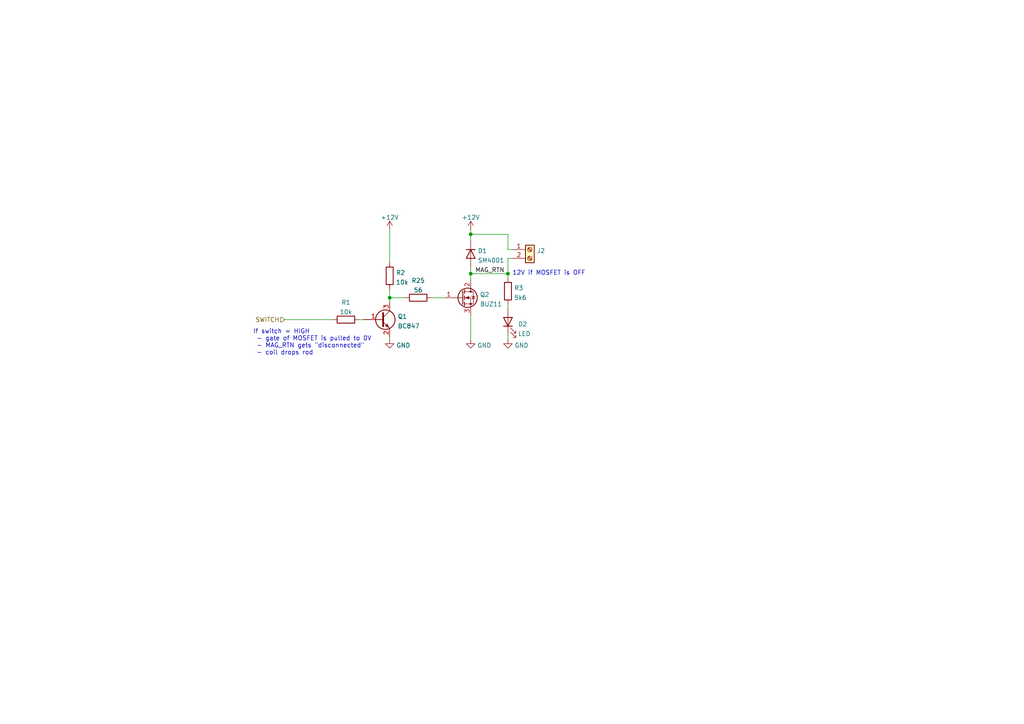
<source format=kicad_sch>
(kicad_sch (version 20211123) (generator eeschema)
  (paper "A4")
  (lib_symbols
    (symbol "Connector:Screw_Terminal_01x02" (pin_names (offset 1.016) hide)
      (property "Reference" "J" (at 0 2.54 0))
      (property "Value" "Screw_Terminal_01x02" (at 0 -5.08 0))
      (symbol "Screw_Terminal_01x02_1_1"
        (rectangle (start -1.27 1.27) (end 1.27 -3.81) (stroke (width 0.254)) (fill (type background)))
        (circle (center 0 -2.54) (radius 0.635) (stroke (width 0.1524)))
        (polyline (pts (xy -0.5334 -2.2098) (xy 0.3302 -3.048)) (stroke (width 0.1524)))
        (polyline (pts (xy -0.5334 0.3302) (xy 0.3302 -0.508)) (stroke (width 0.1524)))
        (polyline (pts (xy -0.3556 -2.032) (xy 0.508 -2.8702)) (stroke (width 0.1524)))
        (polyline (pts (xy -0.3556 0.508) (xy 0.508 -0.3302)) (stroke (width 0.1524)))
        (circle (center 0 0) (radius 0.635) (stroke (width 0.1524)))
        (pin passive line (at -5.08 0 0) (length 3.81) (name "Pin_1") (number "1"))
        (pin passive line (at -5.08 -2.54 0) (length 3.81) (name "Pin_2") (number "2"))
      )
    )
    (symbol "Device:LED" (pin_numbers hide) (pin_names (offset 1.016) hide)
      (property "Reference" "D" (at 0 2.54 0))
      (property "Value" "LED" (at 0 -2.54 0))
      (symbol "LED_0_1"
        (polyline (pts (xy -1.27 -1.27) (xy -1.27 1.27)) (stroke (width 0.254)))
        (polyline (pts (xy -1.27 0) (xy 1.27 0)))
        (polyline (pts (xy 1.27 -1.27) (xy 1.27 1.27) (xy -1.27 0) (xy 1.27 -1.27)) (stroke (width 0.254)))
        (polyline (pts (xy -3.048 -0.762) (xy -4.572 -2.286) (xy -3.81 -2.286) (xy -4.572 -2.286) (xy -4.572 -1.524)))
        (polyline (pts (xy -1.778 -0.762) (xy -3.302 -2.286) (xy -2.54 -2.286) (xy -3.302 -2.286) (xy -3.302 -1.524)))
      )
      (symbol "LED_1_1"
        (pin passive line (at -3.81 0 0) (length 2.54) (name "K") (number "1"))
        (pin passive line (at 3.81 0 180) (length 2.54) (name "A") (number "2"))
      )
    )
    (symbol "Device:R" (pin_numbers hide) (pin_names (offset 0))
      (property "Reference" "R" (at 2.032 0 90))
      (property "Value" "R" (at 0 0 90))
      (symbol "R_0_1"
        (rectangle (start -1.016 -2.54) (end 1.016 2.54) (stroke (width 0.254)))
      )
      (symbol "R_1_1"
        (pin passive line (at 0 3.81 270) (length 1.27) (name "~") (number "1"))
        (pin passive line (at 0 -3.81 90) (length 1.27) (name "~") (number "2"))
      )
    )
    (symbol "Diode:SM4001" (pin_numbers hide) (pin_names (offset 1.016) hide)
      (property "Reference" "D" (at 0 2.54 0))
      (property "Value" "SM4001" (at 0 -2.54 0))
      (symbol "SM4001_0_1"
        (polyline (pts (xy -1.27 1.27) (xy -1.27 -1.27)) (stroke (width 0.254)))
        (polyline (pts (xy 1.27 0) (xy -1.27 0)))
        (polyline (pts (xy 1.27 1.27) (xy 1.27 -1.27) (xy -1.27 0) (xy 1.27 1.27)) (stroke (width 0.254)))
      )
      (symbol "SM4001_1_1"
        (pin passive line (at -3.81 0 0) (length 2.54) (name "K") (number "1"))
        (pin passive line (at 3.81 0 180) (length 2.54) (name "A") (number "2"))
      )
    )
    (symbol "Transistor_BJT:BC847" (pin_names (offset 0) hide)
      (property "Reference" "Q" (at 5.08 1.905 0))
      (property "Value" "BC847" (at 5.08 0 0))
      (symbol "BC847_0_1"
        (polyline (pts (xy 0.635 0.635) (xy 2.54 2.54)))
        (polyline (pts (xy 0.635 -0.635) (xy 2.54 -2.54) (xy 2.54 -2.54)))
        (polyline (pts (xy 0.635 1.905) (xy 0.635 -1.905) (xy 0.635 -1.905)) (stroke (width 0.508)))
        (polyline (pts (xy 1.27 -1.778) (xy 1.778 -1.27) (xy 2.286 -2.286) (xy 1.27 -1.778) (xy 1.27 -1.778)) (fill (type outline)))
        (circle (center 1.27 0) (radius 2.8194) (stroke (width 0.254)))
      )
      (symbol "BC847_1_1"
        (pin input line (at -5.08 0 0) (length 5.715) (name "B") (number "1"))
        (pin passive line (at 2.54 -5.08 90) (length 2.54) (name "E") (number "2"))
        (pin passive line (at 2.54 5.08 270) (length 2.54) (name "C") (number "3"))
      )
    )
    (symbol "Transistor_FET:BUZ11" (pin_names hide)
      (property "Reference" "Q" (at 6.35 1.905 0))
      (property "Value" "BUZ11" (at 6.35 0 0))
      (symbol "BUZ11_0_1"
        (polyline (pts (xy 0.254 0) (xy -2.54 0)))
        (polyline (pts (xy 0.254 1.905) (xy 0.254 -1.905)) (stroke (width 0.254)))
        (polyline (pts (xy 0.762 -1.27) (xy 0.762 -2.286)) (stroke (width 0.254)))
        (polyline (pts (xy 0.762 0.508) (xy 0.762 -0.508)) (stroke (width 0.254)))
        (polyline (pts (xy 0.762 2.286) (xy 0.762 1.27)) (stroke (width 0.254)))
        (polyline (pts (xy 2.54 2.54) (xy 2.54 1.778)))
        (polyline (pts (xy 2.54 -2.54) (xy 2.54 0) (xy 0.762 0)))
        (polyline (pts (xy 0.762 -1.778) (xy 3.302 -1.778) (xy 3.302 1.778) (xy 0.762 1.778)))
        (polyline (pts (xy 1.016 0) (xy 2.032 0.381) (xy 2.032 -0.381) (xy 1.016 0)) (fill (type outline)))
        (polyline (pts (xy 2.794 0.508) (xy 2.921 0.381) (xy 3.683 0.381) (xy 3.81 0.254)))
        (polyline (pts (xy 3.302 0.381) (xy 2.921 -0.254) (xy 3.683 -0.254) (xy 3.302 0.381)))
        (circle (center 1.651 0) (radius 2.794) (stroke (width 0.254)))
        (circle (center 2.54 -1.778) (radius 0.254) (fill (type outline)))
        (circle (center 2.54 1.778) (radius 0.254) (fill (type outline)))
      )
      (symbol "BUZ11_1_1"
        (pin input line (at -5.08 0 0) (length 2.54) (name "G") (number "1"))
        (pin passive line (at 2.54 5.08 270) (length 2.54) (name "D") (number "2"))
        (pin passive line (at 2.54 -5.08 90) (length 2.54) (name "S") (number "3"))
      )
    )
    (symbol "power:+12V" (power) (pin_names (offset 0))
      (property "Value" "+12V" (at 0 3.556 0))
      (symbol "+12V_0_1"
        (polyline (pts (xy -0.762 1.27) (xy 0 2.54)))
        (polyline (pts (xy 0 0) (xy 0 2.54)))
        (polyline (pts (xy 0 2.54) (xy 0.762 1.27)))
      )
      (symbol "+12V_1_1"
        (pin power_in line (at 0 0 90) (length 0) hide (name "+12V") (number "1"))
      )
    )
    (symbol "power:GND" (power) (pin_names (offset 0))
      (property "Value" "GND" (at 0 -3.81 0))
      (symbol "GND_0_1"
        (polyline (pts (xy 0 0) (xy 0 -1.27) (xy 1.27 -1.27) (xy 0 -2.54) (xy -1.27 -1.27) (xy 0 -1.27)))
      )
      (symbol "GND_1_1"
        (pin power_in line (at 0 0 270) (length 0) hide (name "GND") (number "1"))
      )
    )
  )
  (junction (at 136.525 67.945))
  (junction (at 113.03 86.36))
  (junction (at 136.525 79.375))
  (junction (at 147.32 79.375))
  (wire (pts (xy 82.55 92.71) (xy 96.52 92.71)))
  (wire (pts (xy 147.32 97.155) (xy 147.32 98.425)))
  (wire (pts (xy 147.32 72.39) (xy 147.32 67.945)))
  (wire (pts (xy 113.03 86.36) (xy 117.475 86.36)))
  (wire (pts (xy 104.14 92.71) (xy 105.41 92.71)))
  (wire (pts (xy 148.59 72.39) (xy 147.32 72.39)))
  (wire (pts (xy 136.525 77.47) (xy 136.525 79.375)))
  (wire (pts (xy 113.03 66.675) (xy 113.03 76.2)))
  (wire (pts (xy 113.03 86.36) (xy 113.03 87.63)))
  (wire (pts (xy 147.32 88.265) (xy 147.32 89.535)))
  (wire (pts (xy 147.32 79.375) (xy 147.32 74.93)))
  (wire (pts (xy 136.525 79.375) (xy 136.525 81.28)))
  (wire (pts (xy 147.32 79.375) (xy 147.32 80.645)))
  (wire (pts (xy 113.03 86.36) (xy 113.03 83.82)))
  (wire (pts (xy 125.095 86.36) (xy 128.905 86.36)))
  (wire (pts (xy 136.525 67.945) (xy 147.32 67.945)))
  (wire (pts (xy 136.525 69.85) (xy 136.525 67.945)))
  (wire (pts (xy 113.03 97.79) (xy 113.03 98.425)))
  (wire (pts (xy 136.525 79.375) (xy 147.32 79.375)))
  (wire (pts (xy 136.525 91.44) (xy 136.525 98.425)))
  (wire (pts (xy 147.32 74.93) (xy 148.59 74.93)))
  (wire (pts (xy 136.525 66.675) (xy 136.525 67.945)))
  (text "12V if MOSFET is OFF" (at 148.59 80.01 0) (effects (font (size 1.27 1.27)) (justify left bottom)))
  (text "If switch = HIGH\n - gate of MOSFET is pulled to 0V\n - MAG_RTN gets \"disconnected\"\n - coil drops rod" (at 73.406 103.124 0) (effects (font (size 1.27 1.27)) (justify left bottom)))
  (label "MAG_RTN" (at 137.795 79.375 0))
  (hierarchical_label "SWITCH" (shape input) (at 82.55 92.71 180))
  (symbol (lib_id "Diode:SM4001") (at 136.525 73.66 270)
    (property "Reference" "D1" (at 138.557 72.7515 90) (effects (justify left)))
    (property "Value" "SM4001" (at 138.557 75.5266 90) (effects (justify left)))
    (property "Footprint" "Diode_SMD:D_MELF" (effects hide))
    (property "Datasheet" "http://cdn-reichelt.de/documents/datenblatt/A400/SMD1N400%23DIO.pdf" (effects hide))
  )
  (symbol (lib_id "power:+12V") (at 113.03 66.675 0)
    (property "Reference" "#PWR04" (effects hide))
    (property "Value" "+12V" (at 113.03 63.0705 0))
  )
  (symbol (lib_id "power:GND") (at 136.525 98.425 0) (mirror y)
    (property "Reference" "#PWR07" (effects hide))
    (property "Value" "GND" (at 138.43 100.174 0) (effects (justify right)))
  )
  (symbol (lib_id "Device:R") (at 113.03 80.01 0)
    (property "Reference" "R2" (at 114.808 79.1015 0) (effects (justify left)))
    (property "Value" "10k" (at 114.808 81.8766 0) (effects (justify left)))
    (property "Footprint" "Resistor_SMD:R_0603_1608Metric" (effects hide))
  )
  (symbol (lib_id "power:GND") (at 147.32 98.425 0) (mirror y)
    (property "Reference" "#PWR08" (effects hide))
    (property "Value" "GND" (at 149.225 100.174 0) (effects (justify right)))
  )
  (symbol (lib_id "power:GND") (at 113.03 98.425 0) (mirror y)
    (property "Reference" "#PWR05" (effects hide))
    (property "Value" "GND" (at 114.935 100.174 0) (effects (justify right)))
  )
  (symbol (lib_id "Transistor_FET:BUZ11") (at 133.985 86.36 0)
    (property "Reference" "Q2" (at 139.192 85.4515 0) (effects (justify left)))
    (property "Value" "BUZ11" (at 139.192 88.2266 0) (effects (justify left)))
    (property "Footprint" "Package_TO_SOT_THT:TO-220-3_Vertical" (effects hide))
    (property "Datasheet" "https://media.digikey.com/pdf/Data%20Sheets/Fairchild%20PDFs/BUZ11.pdf" (effects hide))
  )
  (symbol (lib_id "Device:R") (at 147.32 84.455 0)
    (property "Reference" "R3" (at 149.098 83.5465 0) (effects (justify left)))
    (property "Value" "5k6" (at 149.098 86.3216 0) (effects (justify left)))
    (property "Footprint" "Resistor_SMD:R_0603_1608Metric" (effects hide))
  )
  (symbol (lib_id "Transistor_BJT:BC847") (at 110.49 92.71 0)
    (property "Reference" "Q1" (at 115.3414 91.8015 0) (effects (justify left)))
    (property "Value" "BC847" (at 115.3414 94.5766 0) (effects (justify left)))
    (property "Footprint" "Package_TO_SOT_SMD:SOT-23" (effects hide))
    (property "Datasheet" "http://www.infineon.com/dgdl/Infineon-BC847SERIES_BC848SERIES_BC849SERIES_BC850SERIES-DS-v01_01-en.pdf?fileId=db3a304314dca389011541d4630a1657" (effects hide))
  )
  (symbol (lib_id "Device:R") (at 121.285 86.36 90)
    (property "Reference" "R25" (at 121.285 81.3775 90))
    (property "Value" "56" (at 121.285 84.1526 90))
    (property "Footprint" "Resistor_SMD:R_0603_1608Metric" (effects hide))
  )
  (symbol (lib_id "Device:R") (at 100.33 92.71 90)
    (property "Reference" "R1" (at 100.33 87.7275 90))
    (property "Value" "10k" (at 100.33 90.5026 90))
    (property "Footprint" "Resistor_SMD:R_0603_1608Metric" (effects hide))
  )
  (symbol (lib_id "power:+12V") (at 136.525 66.675 0)
    (property "Reference" "#PWR06" (effects hide))
    (property "Value" "+12V" (at 136.525 63.0705 0))
  )
  (symbol (lib_id "Connector:Screw_Terminal_01x02") (at 153.67 72.39 0)
    (property "Reference" "J2" (at 155.702 72.7515 0) (effects (justify left)))
    (property "Value" "Screw_Terminal_01x02" (effects hide))
    (property "Footprint" "TerminalBlock:TerminalBlock_bornier-2_P5.08mm" (effects hide))
  )
  (symbol (lib_id "Device:LED") (at 147.32 93.345 90)
    (property "Reference" "D2" (at 150.241 94.024 90) (effects (justify right)))
    (property "Value" "LED" (at 150.241 96.7991 90) (effects (justify right)))
    (property "Footprint" "LED_THT:LED_D3.0mm_Horizontal_O1.27mm_Z2.0mm" (effects hide))
  )
)
</source>
